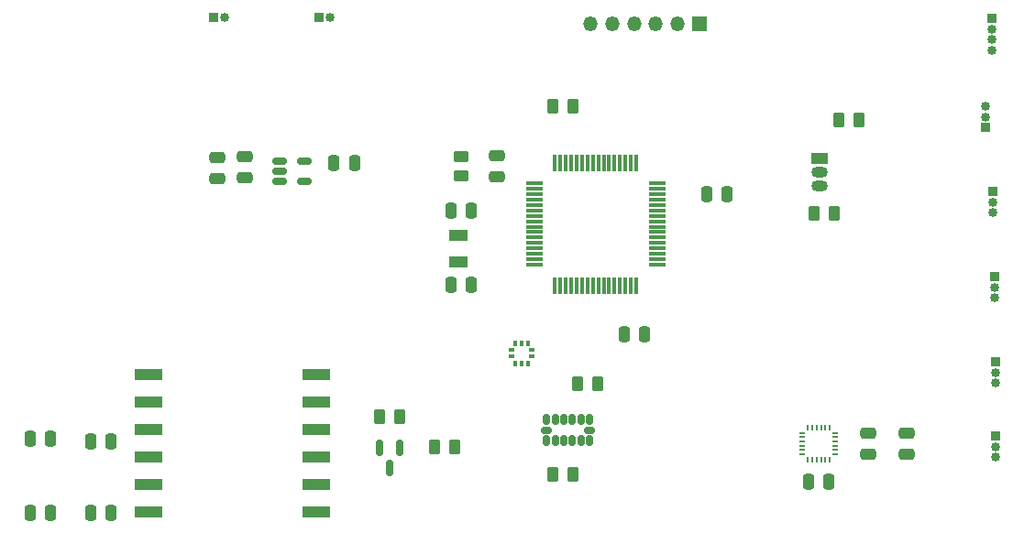
<source format=gbr>
%TF.GenerationSoftware,KiCad,Pcbnew,(6.0.9)*%
%TF.CreationDate,2023-10-13T22:04:35+03:00*%
%TF.ProjectId,ULV,554c562e-6b69-4636-9164-5f7063625858,rev?*%
%TF.SameCoordinates,Original*%
%TF.FileFunction,Soldermask,Top*%
%TF.FilePolarity,Negative*%
%FSLAX46Y46*%
G04 Gerber Fmt 4.6, Leading zero omitted, Abs format (unit mm)*
G04 Created by KiCad (PCBNEW (6.0.9)) date 2023-10-13 22:04:35*
%MOMM*%
%LPD*%
G01*
G04 APERTURE LIST*
G04 Aperture macros list*
%AMRoundRect*
0 Rectangle with rounded corners*
0 $1 Rounding radius*
0 $2 $3 $4 $5 $6 $7 $8 $9 X,Y pos of 4 corners*
0 Add a 4 corners polygon primitive as box body*
4,1,4,$2,$3,$4,$5,$6,$7,$8,$9,$2,$3,0*
0 Add four circle primitives for the rounded corners*
1,1,$1+$1,$2,$3*
1,1,$1+$1,$4,$5*
1,1,$1+$1,$6,$7*
1,1,$1+$1,$8,$9*
0 Add four rect primitives between the rounded corners*
20,1,$1+$1,$2,$3,$4,$5,0*
20,1,$1+$1,$4,$5,$6,$7,0*
20,1,$1+$1,$6,$7,$8,$9,0*
20,1,$1+$1,$8,$9,$2,$3,0*%
G04 Aperture macros list end*
%ADD10R,0.850000X0.850000*%
%ADD11O,0.850000X0.850000*%
%ADD12RoundRect,0.250000X-0.250000X-0.475000X0.250000X-0.475000X0.250000X0.475000X-0.250000X0.475000X0*%
%ADD13RoundRect,0.250000X-0.475000X0.250000X-0.475000X-0.250000X0.475000X-0.250000X0.475000X0.250000X0*%
%ADD14RoundRect,0.250000X0.475000X-0.250000X0.475000X0.250000X-0.475000X0.250000X-0.475000X-0.250000X0*%
%ADD15RoundRect,0.100000X0.175000X0.100000X-0.175000X0.100000X-0.175000X-0.100000X0.175000X-0.100000X0*%
%ADD16RoundRect,0.100000X0.100000X0.175000X-0.100000X0.175000X-0.100000X-0.175000X0.100000X-0.175000X0*%
%ADD17RoundRect,0.250000X0.250000X0.475000X-0.250000X0.475000X-0.250000X-0.475000X0.250000X-0.475000X0*%
%ADD18RoundRect,0.150000X0.150000X-0.325000X0.150000X0.325000X-0.150000X0.325000X-0.150000X-0.325000X0*%
%ADD19RoundRect,0.150000X0.325000X-0.150000X0.325000X0.150000X-0.325000X0.150000X-0.325000X-0.150000X0*%
%ADD20RoundRect,0.250000X0.262500X0.450000X-0.262500X0.450000X-0.262500X-0.450000X0.262500X-0.450000X0*%
%ADD21R,1.500000X1.050000*%
%ADD22O,1.500000X1.050000*%
%ADD23RoundRect,0.250000X-0.262500X-0.450000X0.262500X-0.450000X0.262500X0.450000X-0.262500X0.450000X0*%
%ADD24RoundRect,0.050000X-0.225000X-0.050000X0.225000X-0.050000X0.225000X0.050000X-0.225000X0.050000X0*%
%ADD25RoundRect,0.050000X0.050000X-0.225000X0.050000X0.225000X-0.050000X0.225000X-0.050000X-0.225000X0*%
%ADD26R,1.800000X1.000000*%
%ADD27RoundRect,0.250000X-0.450000X0.262500X-0.450000X-0.262500X0.450000X-0.262500X0.450000X0.262500X0*%
%ADD28RoundRect,0.150000X-0.512500X-0.150000X0.512500X-0.150000X0.512500X0.150000X-0.512500X0.150000X0*%
%ADD29RoundRect,0.075000X-0.700000X-0.075000X0.700000X-0.075000X0.700000X0.075000X-0.700000X0.075000X0*%
%ADD30RoundRect,0.075000X-0.075000X-0.700000X0.075000X-0.700000X0.075000X0.700000X-0.075000X0.700000X0*%
%ADD31R,2.500000X1.000000*%
%ADD32RoundRect,0.150000X-0.150000X0.587500X-0.150000X-0.587500X0.150000X-0.587500X0.150000X0.587500X0*%
%ADD33R,1.350000X1.350000*%
%ADD34O,1.350000X1.350000*%
G04 APERTURE END LIST*
D10*
%TO.C,J5*%
X106807000Y-74386000D03*
D11*
X107807000Y-74386000D03*
%TD*%
D12*
%TO.C,C13*%
X108151000Y-87848000D03*
X110051000Y-87848000D03*
%TD*%
D13*
%TO.C,C1*%
X97417000Y-87345000D03*
X97417000Y-89245000D03*
%TD*%
D14*
%TO.C,C10*%
X161073000Y-114726000D03*
X161073000Y-112826000D03*
%TD*%
D12*
%TO.C,C14*%
X118938000Y-99060000D03*
X120838000Y-99060000D03*
%TD*%
D10*
%TO.C,J8*%
X169200000Y-98314000D03*
D11*
X169200000Y-99314000D03*
X169200000Y-100314000D03*
%TD*%
D10*
%TO.C,J3*%
X168946000Y-74446000D03*
D11*
X168946000Y-75446000D03*
X168946000Y-76446000D03*
X168946000Y-77446000D03*
%TD*%
D14*
%TO.C,C11*%
X157517000Y-114726000D03*
X157517000Y-112826000D03*
%TD*%
D15*
%TO.C,U6*%
X126401000Y-105710000D03*
X126401000Y-105110000D03*
D16*
X126076000Y-104485000D03*
X125476000Y-104485000D03*
X124876000Y-104485000D03*
D15*
X124551000Y-105110000D03*
X124551000Y-105710000D03*
D16*
X124876000Y-106335000D03*
X125476000Y-106335000D03*
X126076000Y-106335000D03*
%TD*%
D17*
%TO.C,C3*%
X87564000Y-113538000D03*
X85664000Y-113538000D03*
%TD*%
D18*
%TO.C,U7*%
X127794000Y-113522000D03*
X128594000Y-113522000D03*
X129394000Y-113522000D03*
X130194000Y-113522000D03*
X130994000Y-113522000D03*
X131794000Y-113522000D03*
D19*
X131794000Y-112522000D03*
D18*
X131794000Y-111522000D03*
X130994000Y-111522000D03*
X130194000Y-111522000D03*
X129394000Y-111522000D03*
X128594000Y-111522000D03*
X127794000Y-111522000D03*
D19*
X127794000Y-112522000D03*
%TD*%
D20*
%TO.C,R1*%
X119276500Y-114046000D03*
X117451500Y-114046000D03*
%TD*%
D12*
%TO.C,C4*%
X80076000Y-113284000D03*
X81976000Y-113284000D03*
%TD*%
D13*
%TO.C,C2*%
X99957000Y-87279000D03*
X99957000Y-89179000D03*
%TD*%
D10*
%TO.C,J2*%
X169236000Y-106188000D03*
D11*
X169236000Y-107188000D03*
X169236000Y-108188000D03*
%TD*%
D20*
%TO.C,R2*%
X114196500Y-111252000D03*
X112371500Y-111252000D03*
%TD*%
D21*
%TO.C,Q2*%
X153056000Y-87376000D03*
D22*
X153056000Y-88646000D03*
X153056000Y-89916000D03*
%TD*%
D12*
%TO.C,C15*%
X118938000Y-92202000D03*
X120838000Y-92202000D03*
%TD*%
D10*
%TO.C,J4*%
X97036000Y-74386000D03*
D11*
X98036000Y-74386000D03*
%TD*%
D12*
%TO.C,C12*%
X151995000Y-117332000D03*
X153895000Y-117332000D03*
%TD*%
D20*
%TO.C,R11*%
X132484500Y-108204000D03*
X130659500Y-108204000D03*
%TD*%
%TO.C,R4*%
X154328500Y-92456000D03*
X152503500Y-92456000D03*
%TD*%
D17*
%TO.C,C6*%
X87564000Y-120142000D03*
X85664000Y-120142000D03*
%TD*%
D23*
%TO.C,R3*%
X154789500Y-83820000D03*
X156614500Y-83820000D03*
%TD*%
D20*
%TO.C,R7*%
X130198500Y-82550000D03*
X128373500Y-82550000D03*
%TD*%
D24*
%TO.C,U4*%
X151445000Y-112776000D03*
X151445000Y-113176000D03*
X151445000Y-113576000D03*
X151445000Y-113976000D03*
X151445000Y-114376000D03*
X151445000Y-114776000D03*
D25*
X151945000Y-115276000D03*
X152345000Y-115276000D03*
X152745000Y-115276000D03*
X153145000Y-115276000D03*
X153545000Y-115276000D03*
X153945000Y-115276000D03*
D24*
X154445000Y-114776000D03*
X154445000Y-114376000D03*
X154445000Y-113976000D03*
X154445000Y-113576000D03*
X154445000Y-113176000D03*
X154445000Y-112776000D03*
D25*
X153945000Y-112276000D03*
X153545000Y-112276000D03*
X153145000Y-112276000D03*
X152745000Y-112276000D03*
X152345000Y-112276000D03*
X151945000Y-112276000D03*
%TD*%
D17*
%TO.C,C8*%
X136840000Y-103632000D03*
X134940000Y-103632000D03*
%TD*%
D10*
%TO.C,J7*%
X168982000Y-90440000D03*
D11*
X168982000Y-91440000D03*
X168982000Y-92440000D03*
%TD*%
D26*
%TO.C,Y1*%
X119634000Y-97008000D03*
X119634000Y-94508000D03*
%TD*%
D27*
%TO.C,R5*%
X119888000Y-87225500D03*
X119888000Y-89050500D03*
%TD*%
D28*
%TO.C,U3*%
X103137500Y-87660000D03*
X103137500Y-88610000D03*
X103137500Y-89560000D03*
X105412500Y-89560000D03*
X105412500Y-87660000D03*
%TD*%
D12*
%TO.C,C5*%
X80076000Y-120142000D03*
X81976000Y-120142000D03*
%TD*%
D14*
%TO.C,C7*%
X123190000Y-89088000D03*
X123190000Y-87188000D03*
%TD*%
D20*
%TO.C,R10*%
X130198500Y-116586000D03*
X128373500Y-116586000D03*
%TD*%
D29*
%TO.C,U5*%
X126659000Y-89722000D03*
X126659000Y-90222000D03*
X126659000Y-90722000D03*
X126659000Y-91222000D03*
X126659000Y-91722000D03*
X126659000Y-92222000D03*
X126659000Y-92722000D03*
X126659000Y-93222000D03*
X126659000Y-93722000D03*
X126659000Y-94222000D03*
X126659000Y-94722000D03*
X126659000Y-95222000D03*
X126659000Y-95722000D03*
X126659000Y-96222000D03*
X126659000Y-96722000D03*
X126659000Y-97222000D03*
D30*
X128584000Y-99147000D03*
X129084000Y-99147000D03*
X129584000Y-99147000D03*
X130084000Y-99147000D03*
X130584000Y-99147000D03*
X131084000Y-99147000D03*
X131584000Y-99147000D03*
X132084000Y-99147000D03*
X132584000Y-99147000D03*
X133084000Y-99147000D03*
X133584000Y-99147000D03*
X134084000Y-99147000D03*
X134584000Y-99147000D03*
X135084000Y-99147000D03*
X135584000Y-99147000D03*
X136084000Y-99147000D03*
D29*
X138009000Y-97222000D03*
X138009000Y-96722000D03*
X138009000Y-96222000D03*
X138009000Y-95722000D03*
X138009000Y-95222000D03*
X138009000Y-94722000D03*
X138009000Y-94222000D03*
X138009000Y-93722000D03*
X138009000Y-93222000D03*
X138009000Y-92722000D03*
X138009000Y-92222000D03*
X138009000Y-91722000D03*
X138009000Y-91222000D03*
X138009000Y-90722000D03*
X138009000Y-90222000D03*
X138009000Y-89722000D03*
D30*
X136084000Y-87797000D03*
X135584000Y-87797000D03*
X135084000Y-87797000D03*
X134584000Y-87797000D03*
X134084000Y-87797000D03*
X133584000Y-87797000D03*
X133084000Y-87797000D03*
X132584000Y-87797000D03*
X132084000Y-87797000D03*
X131584000Y-87797000D03*
X131084000Y-87797000D03*
X130584000Y-87797000D03*
X130084000Y-87797000D03*
X129584000Y-87797000D03*
X129084000Y-87797000D03*
X128584000Y-87797000D03*
%TD*%
D12*
%TO.C,C9*%
X142560000Y-90678000D03*
X144460000Y-90678000D03*
%TD*%
D10*
%TO.C,J1*%
X169236000Y-113046000D03*
D11*
X169236000Y-114046000D03*
X169236000Y-115046000D03*
%TD*%
D31*
%TO.C,U2*%
X91056000Y-107434000D03*
X91056000Y-109974000D03*
X91056000Y-112514000D03*
X91056000Y-115054000D03*
X91056000Y-117594000D03*
X91056000Y-120134000D03*
X106556000Y-120134000D03*
X106556000Y-117594000D03*
X106556000Y-115054000D03*
X106556000Y-112514000D03*
X106556000Y-109974000D03*
X106556000Y-107434000D03*
%TD*%
D32*
%TO.C,Q1*%
X114234000Y-114124500D03*
X112334000Y-114124500D03*
X113284000Y-115999500D03*
%TD*%
D10*
%TO.C,J9*%
X168366000Y-84566000D03*
D11*
X168366000Y-83566000D03*
X168366000Y-82566000D03*
%TD*%
D33*
%TO.C,J6*%
X141890000Y-74930000D03*
D34*
X139890000Y-74930000D03*
X137890000Y-74930000D03*
X135890000Y-74930000D03*
X133890000Y-74930000D03*
X131890000Y-74930000D03*
%TD*%
M02*

</source>
